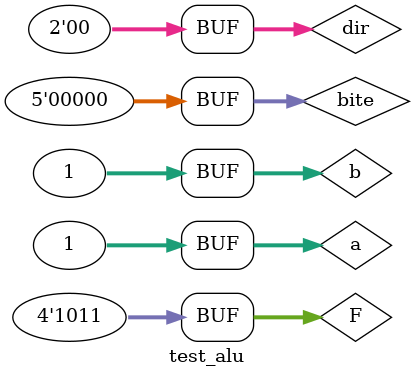
<source format=v>
`timescale 1ns / 1ps

module test_alu();
    reg [31:0] a;
    reg [31:0] b;
    reg CI;
    reg [3:0] F;
    reg [1:0] dir;
    reg [4:0] bite;
    wire [31:0] S;
    wire CO;
    ALU_32bit uut(a,b,CI,F,dir,bite,S,CO);
    initial begin
       
         ///有符号比较,325ns
        a=32'b01111111; // 正数
        b=32'b11111111; // 负数
        F=4'b1000;
        dir=0;
        bite=0;
        #25;

        ///无符号比较,350ns
        a=32'b01111111;
        b=32'b11111111;
        F=4'b1001;
        dir=0;
        bite=0;
        #25;
         ///乘法,375ns
        a=32'd1;
        b=32'd2;
        F=4'b1010;
        dir=0;
        bite=0;
        #25;

        ///除法,400ns
        a=32'd1;
        b=32'd1;
        F=4'b1011;
        dir=0;
        bite=0;
        #25;
        end
endmodule

</source>
